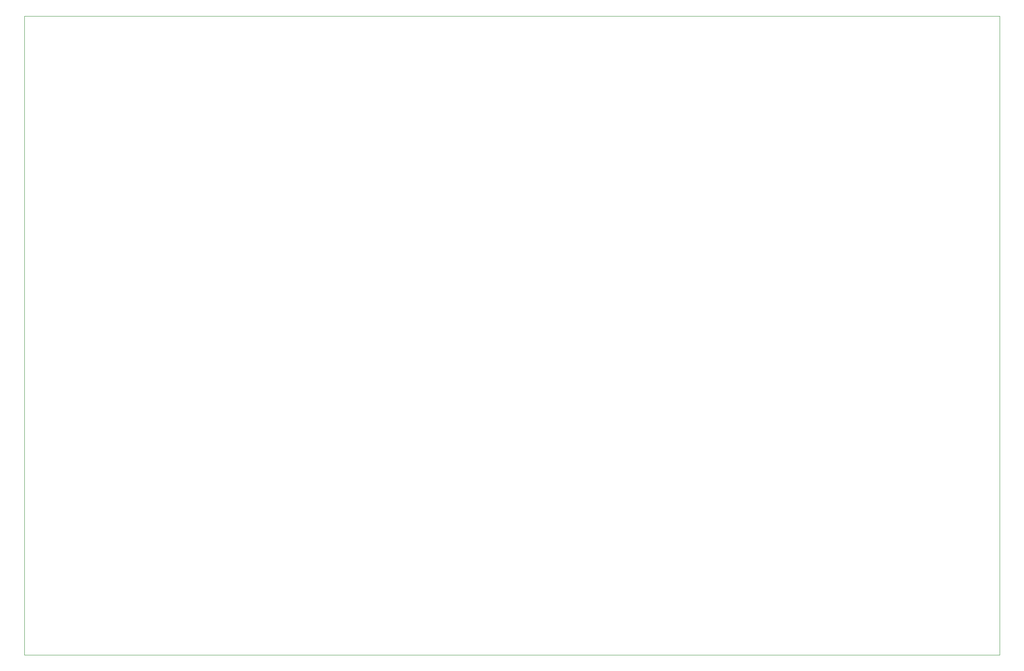
<source format=gbr>
%TF.GenerationSoftware,Altium Limited,Altium Designer,21.6.4 (81)*%
G04 Layer_Color=0*
%FSLAX43Y43*%
%MOMM*%
%TF.SameCoordinates,5D8205C6-A8A5-4108-8313-488A8EE5113E*%
%TF.FilePolarity,Positive*%
%TF.FileFunction,Profile,NP*%
%TF.Part,Single*%
G01*
G75*
%TA.AperFunction,Profile*%
%ADD121C,0.025*%
D121*
X29718Y42799D02*
Y173990D01*
X229743D01*
Y42799D01*
X29718D01*
%TF.MD5,45fec6e5be2b1a862e70fe567bd0f018*%
M02*

</source>
